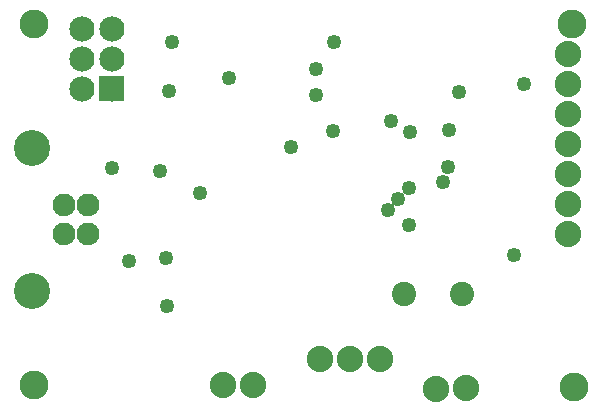
<source format=gbs>
G04 MADE WITH FRITZING*
G04 WWW.FRITZING.ORG*
G04 DOUBLE SIDED*
G04 HOLES PLATED*
G04 CONTOUR ON CENTER OF CONTOUR VECTOR*
%ASAXBY*%
%FSLAX23Y23*%
%MOIN*%
%OFA0B0*%
%SFA1.0B1.0*%
%ADD10C,0.084000*%
%ADD11C,0.080925*%
%ADD12C,0.080866*%
%ADD13C,0.049370*%
%ADD14C,0.076000*%
%ADD15C,0.120000*%
%ADD16C,0.088000*%
%ADD17C,0.096614*%
%ADD18R,0.001000X0.001000*%
%LNMASK0*%
G90*
G70*
G54D10*
X363Y1077D03*
X263Y1077D03*
X363Y1177D03*
X263Y1177D03*
X363Y1277D03*
X263Y1277D03*
G54D11*
X1338Y392D03*
G54D12*
X1531Y392D03*
G54D13*
X1353Y745D03*
X1316Y709D03*
X1283Y671D03*
G54D14*
X283Y592D03*
X283Y690D03*
X205Y690D03*
X205Y592D03*
G54D15*
X98Y404D03*
X98Y878D03*
G54D16*
X1885Y1193D03*
X1885Y1093D03*
X1885Y993D03*
X1885Y893D03*
X1885Y793D03*
X1885Y693D03*
X1885Y593D03*
G54D17*
X1902Y81D03*
X104Y88D03*
X1896Y1292D03*
X102Y1291D03*
G54D16*
X832Y90D03*
X732Y90D03*
X1544Y78D03*
X1444Y76D03*
G54D13*
X656Y730D03*
X1736Y1092D03*
X1044Y1142D03*
X1483Y816D03*
X1466Y766D03*
X1043Y1057D03*
X553Y1069D03*
X1520Y1067D03*
X1292Y970D03*
X545Y513D03*
X547Y354D03*
X525Y803D03*
X755Y1113D03*
X565Y1233D03*
X365Y813D03*
X1105Y1233D03*
X1352Y621D03*
X1705Y524D03*
X1487Y939D03*
X1356Y931D03*
G54D16*
X1258Y176D03*
X1158Y176D03*
X1058Y176D03*
G54D13*
X421Y503D03*
X1101Y937D03*
X959Y884D03*
G54D18*
X321Y1119D02*
X404Y1119D01*
X321Y1118D02*
X404Y1118D01*
X321Y1117D02*
X404Y1117D01*
X321Y1116D02*
X404Y1116D01*
X321Y1115D02*
X404Y1115D01*
X321Y1114D02*
X404Y1114D01*
X321Y1113D02*
X404Y1113D01*
X321Y1112D02*
X404Y1112D01*
X321Y1111D02*
X404Y1111D01*
X321Y1110D02*
X404Y1110D01*
X321Y1109D02*
X404Y1109D01*
X321Y1108D02*
X404Y1108D01*
X321Y1107D02*
X404Y1107D01*
X321Y1106D02*
X404Y1106D01*
X321Y1105D02*
X404Y1105D01*
X321Y1104D02*
X404Y1104D01*
X321Y1103D02*
X404Y1103D01*
X321Y1102D02*
X404Y1102D01*
X321Y1101D02*
X404Y1101D01*
X321Y1100D02*
X404Y1100D01*
X321Y1099D02*
X404Y1099D01*
X321Y1098D02*
X404Y1098D01*
X321Y1097D02*
X404Y1097D01*
X321Y1096D02*
X404Y1096D01*
X321Y1095D02*
X404Y1095D01*
X321Y1094D02*
X404Y1094D01*
X321Y1093D02*
X404Y1093D01*
X321Y1092D02*
X356Y1092D01*
X368Y1092D02*
X404Y1092D01*
X321Y1091D02*
X354Y1091D01*
X370Y1091D02*
X404Y1091D01*
X321Y1090D02*
X352Y1090D01*
X372Y1090D02*
X404Y1090D01*
X321Y1089D02*
X351Y1089D01*
X373Y1089D02*
X404Y1089D01*
X321Y1088D02*
X350Y1088D01*
X374Y1088D02*
X404Y1088D01*
X321Y1087D02*
X349Y1087D01*
X375Y1087D02*
X404Y1087D01*
X321Y1086D02*
X349Y1086D01*
X376Y1086D02*
X404Y1086D01*
X321Y1085D02*
X348Y1085D01*
X376Y1085D02*
X404Y1085D01*
X321Y1084D02*
X348Y1084D01*
X376Y1084D02*
X404Y1084D01*
X321Y1083D02*
X347Y1083D01*
X377Y1083D02*
X404Y1083D01*
X321Y1082D02*
X347Y1082D01*
X377Y1082D02*
X404Y1082D01*
X321Y1081D02*
X347Y1081D01*
X377Y1081D02*
X404Y1081D01*
X321Y1080D02*
X347Y1080D01*
X377Y1080D02*
X404Y1080D01*
X321Y1079D02*
X347Y1079D01*
X378Y1079D02*
X404Y1079D01*
X321Y1078D02*
X347Y1078D01*
X378Y1078D02*
X404Y1078D01*
X321Y1077D02*
X347Y1077D01*
X378Y1077D02*
X404Y1077D01*
X321Y1076D02*
X347Y1076D01*
X377Y1076D02*
X404Y1076D01*
X321Y1075D02*
X347Y1075D01*
X377Y1075D02*
X404Y1075D01*
X321Y1074D02*
X347Y1074D01*
X377Y1074D02*
X404Y1074D01*
X321Y1073D02*
X347Y1073D01*
X377Y1073D02*
X404Y1073D01*
X321Y1072D02*
X348Y1072D01*
X377Y1072D02*
X404Y1072D01*
X321Y1071D02*
X348Y1071D01*
X376Y1071D02*
X404Y1071D01*
X321Y1070D02*
X348Y1070D01*
X376Y1070D02*
X404Y1070D01*
X321Y1069D02*
X349Y1069D01*
X375Y1069D02*
X404Y1069D01*
X321Y1068D02*
X350Y1068D01*
X374Y1068D02*
X404Y1068D01*
X321Y1067D02*
X351Y1067D01*
X373Y1067D02*
X404Y1067D01*
X321Y1066D02*
X352Y1066D01*
X372Y1066D02*
X404Y1066D01*
X321Y1065D02*
X353Y1065D01*
X371Y1065D02*
X404Y1065D01*
X321Y1064D02*
X355Y1064D01*
X369Y1064D02*
X404Y1064D01*
X321Y1063D02*
X359Y1063D01*
X365Y1063D02*
X404Y1063D01*
X321Y1062D02*
X404Y1062D01*
X321Y1061D02*
X404Y1061D01*
X321Y1060D02*
X404Y1060D01*
X321Y1059D02*
X404Y1059D01*
X321Y1058D02*
X404Y1058D01*
X321Y1057D02*
X404Y1057D01*
X321Y1056D02*
X404Y1056D01*
X321Y1055D02*
X404Y1055D01*
X321Y1054D02*
X404Y1054D01*
X321Y1053D02*
X404Y1053D01*
X321Y1052D02*
X404Y1052D01*
X321Y1051D02*
X404Y1051D01*
X321Y1050D02*
X404Y1050D01*
X321Y1049D02*
X404Y1049D01*
X321Y1048D02*
X404Y1048D01*
X321Y1047D02*
X404Y1047D01*
X321Y1046D02*
X404Y1046D01*
X321Y1045D02*
X404Y1045D01*
X321Y1044D02*
X404Y1044D01*
X321Y1043D02*
X404Y1043D01*
X321Y1042D02*
X404Y1042D01*
X321Y1041D02*
X404Y1041D01*
X321Y1040D02*
X404Y1040D01*
X321Y1039D02*
X404Y1039D01*
X321Y1038D02*
X404Y1038D01*
X321Y1037D02*
X404Y1037D01*
X321Y1036D02*
X403Y1036D01*
D02*
G04 End of Mask0*
M02*
</source>
